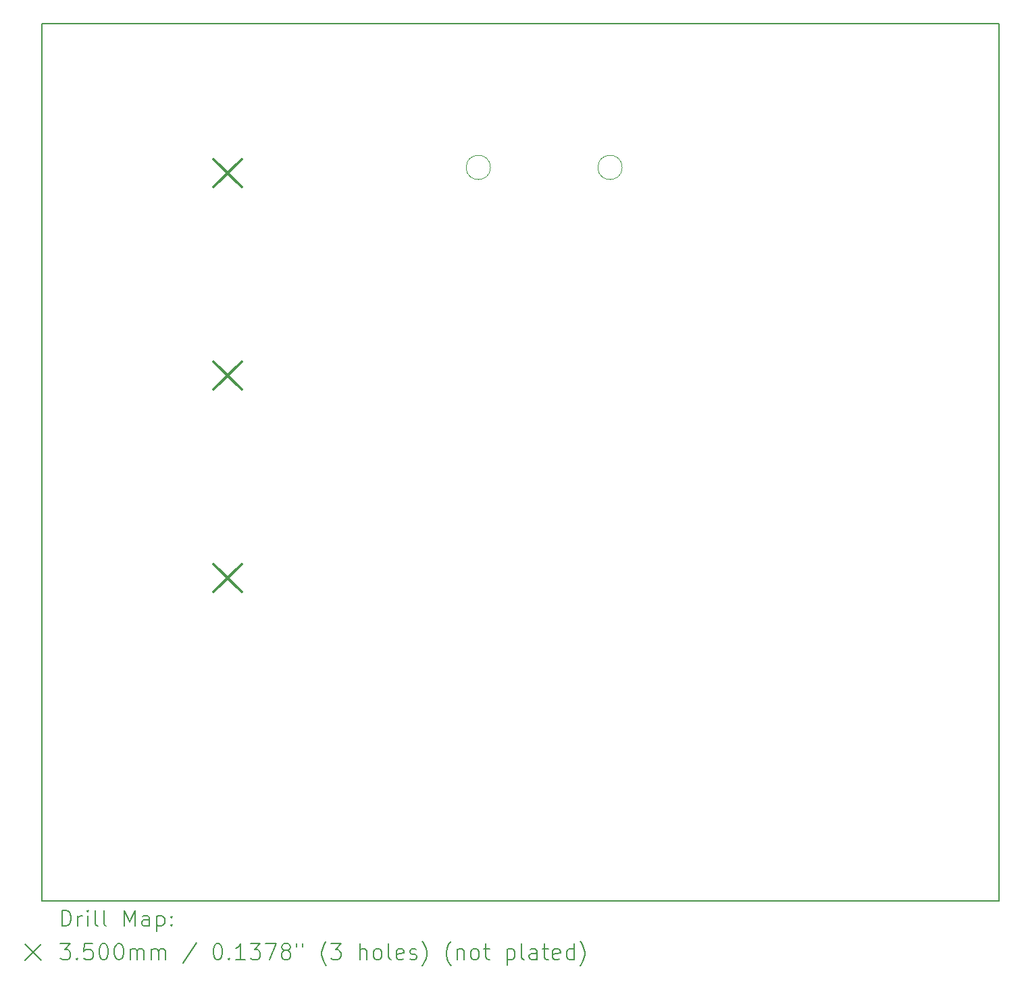
<source format=gbr>
%TF.GenerationSoftware,KiCad,Pcbnew,7.0.9-7.0.9~ubuntu22.04.1*%
%TF.CreationDate,2024-01-11T12:10:56+01:00*%
%TF.ProjectId,circuit,63697263-7569-4742-9e6b-696361645f70,rev?*%
%TF.SameCoordinates,Original*%
%TF.FileFunction,Drillmap*%
%TF.FilePolarity,Positive*%
%FSLAX45Y45*%
G04 Gerber Fmt 4.5, Leading zero omitted, Abs format (unit mm)*
G04 Created by KiCad (PCBNEW 7.0.9-7.0.9~ubuntu22.04.1) date 2024-01-11 12:10:56*
%MOMM*%
%LPD*%
G01*
G04 APERTURE LIST*
%ADD10C,0.150000*%
%ADD11C,0.100000*%
%ADD12C,0.200000*%
%ADD13C,0.350000*%
G04 APERTURE END LIST*
D10*
X19558000Y-3716000D02*
X7558000Y-3716000D01*
X19558000Y-5842000D02*
X19558000Y-14716000D01*
X19558000Y-5842000D02*
X19558000Y-3716000D01*
D11*
X14833600Y-5516800D02*
G75*
G03*
X14833600Y-5516800I-152400J0D01*
G01*
D10*
X7558000Y-3716000D02*
X7558000Y-14716000D01*
X19558000Y-14716000D02*
X7558000Y-14716000D01*
D11*
X13182600Y-5516800D02*
G75*
G03*
X13182600Y-5516800I-152400J0D01*
G01*
D12*
D13*
X9712000Y-5413000D02*
X10062000Y-5763000D01*
X10062000Y-5413000D02*
X9712000Y-5763000D01*
X9712000Y-7953000D02*
X10062000Y-8303000D01*
X10062000Y-7953000D02*
X9712000Y-8303000D01*
X9712000Y-10493000D02*
X10062000Y-10843000D01*
X10062000Y-10493000D02*
X9712000Y-10843000D01*
D12*
X7811277Y-15034984D02*
X7811277Y-14834984D01*
X7811277Y-14834984D02*
X7858896Y-14834984D01*
X7858896Y-14834984D02*
X7887467Y-14844508D01*
X7887467Y-14844508D02*
X7906515Y-14863555D01*
X7906515Y-14863555D02*
X7916039Y-14882603D01*
X7916039Y-14882603D02*
X7925562Y-14920698D01*
X7925562Y-14920698D02*
X7925562Y-14949269D01*
X7925562Y-14949269D02*
X7916039Y-14987365D01*
X7916039Y-14987365D02*
X7906515Y-15006412D01*
X7906515Y-15006412D02*
X7887467Y-15025460D01*
X7887467Y-15025460D02*
X7858896Y-15034984D01*
X7858896Y-15034984D02*
X7811277Y-15034984D01*
X8011277Y-15034984D02*
X8011277Y-14901650D01*
X8011277Y-14939746D02*
X8020801Y-14920698D01*
X8020801Y-14920698D02*
X8030324Y-14911174D01*
X8030324Y-14911174D02*
X8049372Y-14901650D01*
X8049372Y-14901650D02*
X8068420Y-14901650D01*
X8135086Y-15034984D02*
X8135086Y-14901650D01*
X8135086Y-14834984D02*
X8125562Y-14844508D01*
X8125562Y-14844508D02*
X8135086Y-14854031D01*
X8135086Y-14854031D02*
X8144610Y-14844508D01*
X8144610Y-14844508D02*
X8135086Y-14834984D01*
X8135086Y-14834984D02*
X8135086Y-14854031D01*
X8258896Y-15034984D02*
X8239848Y-15025460D01*
X8239848Y-15025460D02*
X8230324Y-15006412D01*
X8230324Y-15006412D02*
X8230324Y-14834984D01*
X8363658Y-15034984D02*
X8344610Y-15025460D01*
X8344610Y-15025460D02*
X8335086Y-15006412D01*
X8335086Y-15006412D02*
X8335086Y-14834984D01*
X8592229Y-15034984D02*
X8592229Y-14834984D01*
X8592229Y-14834984D02*
X8658896Y-14977841D01*
X8658896Y-14977841D02*
X8725563Y-14834984D01*
X8725563Y-14834984D02*
X8725563Y-15034984D01*
X8906515Y-15034984D02*
X8906515Y-14930222D01*
X8906515Y-14930222D02*
X8896991Y-14911174D01*
X8896991Y-14911174D02*
X8877944Y-14901650D01*
X8877944Y-14901650D02*
X8839848Y-14901650D01*
X8839848Y-14901650D02*
X8820801Y-14911174D01*
X8906515Y-15025460D02*
X8887467Y-15034984D01*
X8887467Y-15034984D02*
X8839848Y-15034984D01*
X8839848Y-15034984D02*
X8820801Y-15025460D01*
X8820801Y-15025460D02*
X8811277Y-15006412D01*
X8811277Y-15006412D02*
X8811277Y-14987365D01*
X8811277Y-14987365D02*
X8820801Y-14968317D01*
X8820801Y-14968317D02*
X8839848Y-14958793D01*
X8839848Y-14958793D02*
X8887467Y-14958793D01*
X8887467Y-14958793D02*
X8906515Y-14949269D01*
X9001753Y-14901650D02*
X9001753Y-15101650D01*
X9001753Y-14911174D02*
X9020801Y-14901650D01*
X9020801Y-14901650D02*
X9058896Y-14901650D01*
X9058896Y-14901650D02*
X9077944Y-14911174D01*
X9077944Y-14911174D02*
X9087467Y-14920698D01*
X9087467Y-14920698D02*
X9096991Y-14939746D01*
X9096991Y-14939746D02*
X9096991Y-14996888D01*
X9096991Y-14996888D02*
X9087467Y-15015936D01*
X9087467Y-15015936D02*
X9077944Y-15025460D01*
X9077944Y-15025460D02*
X9058896Y-15034984D01*
X9058896Y-15034984D02*
X9020801Y-15034984D01*
X9020801Y-15034984D02*
X9001753Y-15025460D01*
X9182705Y-15015936D02*
X9192229Y-15025460D01*
X9192229Y-15025460D02*
X9182705Y-15034984D01*
X9182705Y-15034984D02*
X9173182Y-15025460D01*
X9173182Y-15025460D02*
X9182705Y-15015936D01*
X9182705Y-15015936D02*
X9182705Y-15034984D01*
X9182705Y-14911174D02*
X9192229Y-14920698D01*
X9192229Y-14920698D02*
X9182705Y-14930222D01*
X9182705Y-14930222D02*
X9173182Y-14920698D01*
X9173182Y-14920698D02*
X9182705Y-14911174D01*
X9182705Y-14911174D02*
X9182705Y-14930222D01*
X7350500Y-15263500D02*
X7550500Y-15463500D01*
X7550500Y-15263500D02*
X7350500Y-15463500D01*
X7792229Y-15254984D02*
X7916039Y-15254984D01*
X7916039Y-15254984D02*
X7849372Y-15331174D01*
X7849372Y-15331174D02*
X7877943Y-15331174D01*
X7877943Y-15331174D02*
X7896991Y-15340698D01*
X7896991Y-15340698D02*
X7906515Y-15350222D01*
X7906515Y-15350222D02*
X7916039Y-15369269D01*
X7916039Y-15369269D02*
X7916039Y-15416888D01*
X7916039Y-15416888D02*
X7906515Y-15435936D01*
X7906515Y-15435936D02*
X7896991Y-15445460D01*
X7896991Y-15445460D02*
X7877943Y-15454984D01*
X7877943Y-15454984D02*
X7820801Y-15454984D01*
X7820801Y-15454984D02*
X7801753Y-15445460D01*
X7801753Y-15445460D02*
X7792229Y-15435936D01*
X8001753Y-15435936D02*
X8011277Y-15445460D01*
X8011277Y-15445460D02*
X8001753Y-15454984D01*
X8001753Y-15454984D02*
X7992229Y-15445460D01*
X7992229Y-15445460D02*
X8001753Y-15435936D01*
X8001753Y-15435936D02*
X8001753Y-15454984D01*
X8192229Y-15254984D02*
X8096991Y-15254984D01*
X8096991Y-15254984D02*
X8087467Y-15350222D01*
X8087467Y-15350222D02*
X8096991Y-15340698D01*
X8096991Y-15340698D02*
X8116039Y-15331174D01*
X8116039Y-15331174D02*
X8163658Y-15331174D01*
X8163658Y-15331174D02*
X8182705Y-15340698D01*
X8182705Y-15340698D02*
X8192229Y-15350222D01*
X8192229Y-15350222D02*
X8201753Y-15369269D01*
X8201753Y-15369269D02*
X8201753Y-15416888D01*
X8201753Y-15416888D02*
X8192229Y-15435936D01*
X8192229Y-15435936D02*
X8182705Y-15445460D01*
X8182705Y-15445460D02*
X8163658Y-15454984D01*
X8163658Y-15454984D02*
X8116039Y-15454984D01*
X8116039Y-15454984D02*
X8096991Y-15445460D01*
X8096991Y-15445460D02*
X8087467Y-15435936D01*
X8325562Y-15254984D02*
X8344610Y-15254984D01*
X8344610Y-15254984D02*
X8363658Y-15264508D01*
X8363658Y-15264508D02*
X8373182Y-15274031D01*
X8373182Y-15274031D02*
X8382705Y-15293079D01*
X8382705Y-15293079D02*
X8392229Y-15331174D01*
X8392229Y-15331174D02*
X8392229Y-15378793D01*
X8392229Y-15378793D02*
X8382705Y-15416888D01*
X8382705Y-15416888D02*
X8373182Y-15435936D01*
X8373182Y-15435936D02*
X8363658Y-15445460D01*
X8363658Y-15445460D02*
X8344610Y-15454984D01*
X8344610Y-15454984D02*
X8325562Y-15454984D01*
X8325562Y-15454984D02*
X8306515Y-15445460D01*
X8306515Y-15445460D02*
X8296991Y-15435936D01*
X8296991Y-15435936D02*
X8287467Y-15416888D01*
X8287467Y-15416888D02*
X8277943Y-15378793D01*
X8277943Y-15378793D02*
X8277943Y-15331174D01*
X8277943Y-15331174D02*
X8287467Y-15293079D01*
X8287467Y-15293079D02*
X8296991Y-15274031D01*
X8296991Y-15274031D02*
X8306515Y-15264508D01*
X8306515Y-15264508D02*
X8325562Y-15254984D01*
X8516039Y-15254984D02*
X8535086Y-15254984D01*
X8535086Y-15254984D02*
X8554134Y-15264508D01*
X8554134Y-15264508D02*
X8563658Y-15274031D01*
X8563658Y-15274031D02*
X8573182Y-15293079D01*
X8573182Y-15293079D02*
X8582705Y-15331174D01*
X8582705Y-15331174D02*
X8582705Y-15378793D01*
X8582705Y-15378793D02*
X8573182Y-15416888D01*
X8573182Y-15416888D02*
X8563658Y-15435936D01*
X8563658Y-15435936D02*
X8554134Y-15445460D01*
X8554134Y-15445460D02*
X8535086Y-15454984D01*
X8535086Y-15454984D02*
X8516039Y-15454984D01*
X8516039Y-15454984D02*
X8496991Y-15445460D01*
X8496991Y-15445460D02*
X8487467Y-15435936D01*
X8487467Y-15435936D02*
X8477944Y-15416888D01*
X8477944Y-15416888D02*
X8468420Y-15378793D01*
X8468420Y-15378793D02*
X8468420Y-15331174D01*
X8468420Y-15331174D02*
X8477944Y-15293079D01*
X8477944Y-15293079D02*
X8487467Y-15274031D01*
X8487467Y-15274031D02*
X8496991Y-15264508D01*
X8496991Y-15264508D02*
X8516039Y-15254984D01*
X8668420Y-15454984D02*
X8668420Y-15321650D01*
X8668420Y-15340698D02*
X8677944Y-15331174D01*
X8677944Y-15331174D02*
X8696991Y-15321650D01*
X8696991Y-15321650D02*
X8725563Y-15321650D01*
X8725563Y-15321650D02*
X8744610Y-15331174D01*
X8744610Y-15331174D02*
X8754134Y-15350222D01*
X8754134Y-15350222D02*
X8754134Y-15454984D01*
X8754134Y-15350222D02*
X8763658Y-15331174D01*
X8763658Y-15331174D02*
X8782705Y-15321650D01*
X8782705Y-15321650D02*
X8811277Y-15321650D01*
X8811277Y-15321650D02*
X8830325Y-15331174D01*
X8830325Y-15331174D02*
X8839848Y-15350222D01*
X8839848Y-15350222D02*
X8839848Y-15454984D01*
X8935086Y-15454984D02*
X8935086Y-15321650D01*
X8935086Y-15340698D02*
X8944610Y-15331174D01*
X8944610Y-15331174D02*
X8963658Y-15321650D01*
X8963658Y-15321650D02*
X8992229Y-15321650D01*
X8992229Y-15321650D02*
X9011277Y-15331174D01*
X9011277Y-15331174D02*
X9020801Y-15350222D01*
X9020801Y-15350222D02*
X9020801Y-15454984D01*
X9020801Y-15350222D02*
X9030325Y-15331174D01*
X9030325Y-15331174D02*
X9049372Y-15321650D01*
X9049372Y-15321650D02*
X9077944Y-15321650D01*
X9077944Y-15321650D02*
X9096991Y-15331174D01*
X9096991Y-15331174D02*
X9106515Y-15350222D01*
X9106515Y-15350222D02*
X9106515Y-15454984D01*
X9496991Y-15245460D02*
X9325563Y-15502603D01*
X9754134Y-15254984D02*
X9773182Y-15254984D01*
X9773182Y-15254984D02*
X9792229Y-15264508D01*
X9792229Y-15264508D02*
X9801753Y-15274031D01*
X9801753Y-15274031D02*
X9811277Y-15293079D01*
X9811277Y-15293079D02*
X9820801Y-15331174D01*
X9820801Y-15331174D02*
X9820801Y-15378793D01*
X9820801Y-15378793D02*
X9811277Y-15416888D01*
X9811277Y-15416888D02*
X9801753Y-15435936D01*
X9801753Y-15435936D02*
X9792229Y-15445460D01*
X9792229Y-15445460D02*
X9773182Y-15454984D01*
X9773182Y-15454984D02*
X9754134Y-15454984D01*
X9754134Y-15454984D02*
X9735087Y-15445460D01*
X9735087Y-15445460D02*
X9725563Y-15435936D01*
X9725563Y-15435936D02*
X9716039Y-15416888D01*
X9716039Y-15416888D02*
X9706515Y-15378793D01*
X9706515Y-15378793D02*
X9706515Y-15331174D01*
X9706515Y-15331174D02*
X9716039Y-15293079D01*
X9716039Y-15293079D02*
X9725563Y-15274031D01*
X9725563Y-15274031D02*
X9735087Y-15264508D01*
X9735087Y-15264508D02*
X9754134Y-15254984D01*
X9906515Y-15435936D02*
X9916039Y-15445460D01*
X9916039Y-15445460D02*
X9906515Y-15454984D01*
X9906515Y-15454984D02*
X9896991Y-15445460D01*
X9896991Y-15445460D02*
X9906515Y-15435936D01*
X9906515Y-15435936D02*
X9906515Y-15454984D01*
X10106515Y-15454984D02*
X9992229Y-15454984D01*
X10049372Y-15454984D02*
X10049372Y-15254984D01*
X10049372Y-15254984D02*
X10030325Y-15283555D01*
X10030325Y-15283555D02*
X10011277Y-15302603D01*
X10011277Y-15302603D02*
X9992229Y-15312127D01*
X10173182Y-15254984D02*
X10296991Y-15254984D01*
X10296991Y-15254984D02*
X10230325Y-15331174D01*
X10230325Y-15331174D02*
X10258896Y-15331174D01*
X10258896Y-15331174D02*
X10277944Y-15340698D01*
X10277944Y-15340698D02*
X10287468Y-15350222D01*
X10287468Y-15350222D02*
X10296991Y-15369269D01*
X10296991Y-15369269D02*
X10296991Y-15416888D01*
X10296991Y-15416888D02*
X10287468Y-15435936D01*
X10287468Y-15435936D02*
X10277944Y-15445460D01*
X10277944Y-15445460D02*
X10258896Y-15454984D01*
X10258896Y-15454984D02*
X10201753Y-15454984D01*
X10201753Y-15454984D02*
X10182706Y-15445460D01*
X10182706Y-15445460D02*
X10173182Y-15435936D01*
X10363658Y-15254984D02*
X10496991Y-15254984D01*
X10496991Y-15254984D02*
X10411277Y-15454984D01*
X10601753Y-15340698D02*
X10582706Y-15331174D01*
X10582706Y-15331174D02*
X10573182Y-15321650D01*
X10573182Y-15321650D02*
X10563658Y-15302603D01*
X10563658Y-15302603D02*
X10563658Y-15293079D01*
X10563658Y-15293079D02*
X10573182Y-15274031D01*
X10573182Y-15274031D02*
X10582706Y-15264508D01*
X10582706Y-15264508D02*
X10601753Y-15254984D01*
X10601753Y-15254984D02*
X10639849Y-15254984D01*
X10639849Y-15254984D02*
X10658896Y-15264508D01*
X10658896Y-15264508D02*
X10668420Y-15274031D01*
X10668420Y-15274031D02*
X10677944Y-15293079D01*
X10677944Y-15293079D02*
X10677944Y-15302603D01*
X10677944Y-15302603D02*
X10668420Y-15321650D01*
X10668420Y-15321650D02*
X10658896Y-15331174D01*
X10658896Y-15331174D02*
X10639849Y-15340698D01*
X10639849Y-15340698D02*
X10601753Y-15340698D01*
X10601753Y-15340698D02*
X10582706Y-15350222D01*
X10582706Y-15350222D02*
X10573182Y-15359746D01*
X10573182Y-15359746D02*
X10563658Y-15378793D01*
X10563658Y-15378793D02*
X10563658Y-15416888D01*
X10563658Y-15416888D02*
X10573182Y-15435936D01*
X10573182Y-15435936D02*
X10582706Y-15445460D01*
X10582706Y-15445460D02*
X10601753Y-15454984D01*
X10601753Y-15454984D02*
X10639849Y-15454984D01*
X10639849Y-15454984D02*
X10658896Y-15445460D01*
X10658896Y-15445460D02*
X10668420Y-15435936D01*
X10668420Y-15435936D02*
X10677944Y-15416888D01*
X10677944Y-15416888D02*
X10677944Y-15378793D01*
X10677944Y-15378793D02*
X10668420Y-15359746D01*
X10668420Y-15359746D02*
X10658896Y-15350222D01*
X10658896Y-15350222D02*
X10639849Y-15340698D01*
X10754134Y-15254984D02*
X10754134Y-15293079D01*
X10830325Y-15254984D02*
X10830325Y-15293079D01*
X11125563Y-15531174D02*
X11116039Y-15521650D01*
X11116039Y-15521650D02*
X11096991Y-15493079D01*
X11096991Y-15493079D02*
X11087468Y-15474031D01*
X11087468Y-15474031D02*
X11077944Y-15445460D01*
X11077944Y-15445460D02*
X11068420Y-15397841D01*
X11068420Y-15397841D02*
X11068420Y-15359746D01*
X11068420Y-15359746D02*
X11077944Y-15312127D01*
X11077944Y-15312127D02*
X11087468Y-15283555D01*
X11087468Y-15283555D02*
X11096991Y-15264508D01*
X11096991Y-15264508D02*
X11116039Y-15235936D01*
X11116039Y-15235936D02*
X11125563Y-15226412D01*
X11182706Y-15254984D02*
X11306515Y-15254984D01*
X11306515Y-15254984D02*
X11239848Y-15331174D01*
X11239848Y-15331174D02*
X11268420Y-15331174D01*
X11268420Y-15331174D02*
X11287468Y-15340698D01*
X11287468Y-15340698D02*
X11296991Y-15350222D01*
X11296991Y-15350222D02*
X11306515Y-15369269D01*
X11306515Y-15369269D02*
X11306515Y-15416888D01*
X11306515Y-15416888D02*
X11296991Y-15435936D01*
X11296991Y-15435936D02*
X11287468Y-15445460D01*
X11287468Y-15445460D02*
X11268420Y-15454984D01*
X11268420Y-15454984D02*
X11211277Y-15454984D01*
X11211277Y-15454984D02*
X11192229Y-15445460D01*
X11192229Y-15445460D02*
X11182706Y-15435936D01*
X11544610Y-15454984D02*
X11544610Y-15254984D01*
X11630325Y-15454984D02*
X11630325Y-15350222D01*
X11630325Y-15350222D02*
X11620801Y-15331174D01*
X11620801Y-15331174D02*
X11601753Y-15321650D01*
X11601753Y-15321650D02*
X11573182Y-15321650D01*
X11573182Y-15321650D02*
X11554134Y-15331174D01*
X11554134Y-15331174D02*
X11544610Y-15340698D01*
X11754134Y-15454984D02*
X11735087Y-15445460D01*
X11735087Y-15445460D02*
X11725563Y-15435936D01*
X11725563Y-15435936D02*
X11716039Y-15416888D01*
X11716039Y-15416888D02*
X11716039Y-15359746D01*
X11716039Y-15359746D02*
X11725563Y-15340698D01*
X11725563Y-15340698D02*
X11735087Y-15331174D01*
X11735087Y-15331174D02*
X11754134Y-15321650D01*
X11754134Y-15321650D02*
X11782706Y-15321650D01*
X11782706Y-15321650D02*
X11801753Y-15331174D01*
X11801753Y-15331174D02*
X11811277Y-15340698D01*
X11811277Y-15340698D02*
X11820801Y-15359746D01*
X11820801Y-15359746D02*
X11820801Y-15416888D01*
X11820801Y-15416888D02*
X11811277Y-15435936D01*
X11811277Y-15435936D02*
X11801753Y-15445460D01*
X11801753Y-15445460D02*
X11782706Y-15454984D01*
X11782706Y-15454984D02*
X11754134Y-15454984D01*
X11935087Y-15454984D02*
X11916039Y-15445460D01*
X11916039Y-15445460D02*
X11906515Y-15426412D01*
X11906515Y-15426412D02*
X11906515Y-15254984D01*
X12087468Y-15445460D02*
X12068420Y-15454984D01*
X12068420Y-15454984D02*
X12030325Y-15454984D01*
X12030325Y-15454984D02*
X12011277Y-15445460D01*
X12011277Y-15445460D02*
X12001753Y-15426412D01*
X12001753Y-15426412D02*
X12001753Y-15350222D01*
X12001753Y-15350222D02*
X12011277Y-15331174D01*
X12011277Y-15331174D02*
X12030325Y-15321650D01*
X12030325Y-15321650D02*
X12068420Y-15321650D01*
X12068420Y-15321650D02*
X12087468Y-15331174D01*
X12087468Y-15331174D02*
X12096991Y-15350222D01*
X12096991Y-15350222D02*
X12096991Y-15369269D01*
X12096991Y-15369269D02*
X12001753Y-15388317D01*
X12173182Y-15445460D02*
X12192230Y-15454984D01*
X12192230Y-15454984D02*
X12230325Y-15454984D01*
X12230325Y-15454984D02*
X12249372Y-15445460D01*
X12249372Y-15445460D02*
X12258896Y-15426412D01*
X12258896Y-15426412D02*
X12258896Y-15416888D01*
X12258896Y-15416888D02*
X12249372Y-15397841D01*
X12249372Y-15397841D02*
X12230325Y-15388317D01*
X12230325Y-15388317D02*
X12201753Y-15388317D01*
X12201753Y-15388317D02*
X12182706Y-15378793D01*
X12182706Y-15378793D02*
X12173182Y-15359746D01*
X12173182Y-15359746D02*
X12173182Y-15350222D01*
X12173182Y-15350222D02*
X12182706Y-15331174D01*
X12182706Y-15331174D02*
X12201753Y-15321650D01*
X12201753Y-15321650D02*
X12230325Y-15321650D01*
X12230325Y-15321650D02*
X12249372Y-15331174D01*
X12325563Y-15531174D02*
X12335087Y-15521650D01*
X12335087Y-15521650D02*
X12354134Y-15493079D01*
X12354134Y-15493079D02*
X12363658Y-15474031D01*
X12363658Y-15474031D02*
X12373182Y-15445460D01*
X12373182Y-15445460D02*
X12382706Y-15397841D01*
X12382706Y-15397841D02*
X12382706Y-15359746D01*
X12382706Y-15359746D02*
X12373182Y-15312127D01*
X12373182Y-15312127D02*
X12363658Y-15283555D01*
X12363658Y-15283555D02*
X12354134Y-15264508D01*
X12354134Y-15264508D02*
X12335087Y-15235936D01*
X12335087Y-15235936D02*
X12325563Y-15226412D01*
X12687468Y-15531174D02*
X12677944Y-15521650D01*
X12677944Y-15521650D02*
X12658896Y-15493079D01*
X12658896Y-15493079D02*
X12649372Y-15474031D01*
X12649372Y-15474031D02*
X12639849Y-15445460D01*
X12639849Y-15445460D02*
X12630325Y-15397841D01*
X12630325Y-15397841D02*
X12630325Y-15359746D01*
X12630325Y-15359746D02*
X12639849Y-15312127D01*
X12639849Y-15312127D02*
X12649372Y-15283555D01*
X12649372Y-15283555D02*
X12658896Y-15264508D01*
X12658896Y-15264508D02*
X12677944Y-15235936D01*
X12677944Y-15235936D02*
X12687468Y-15226412D01*
X12763658Y-15321650D02*
X12763658Y-15454984D01*
X12763658Y-15340698D02*
X12773182Y-15331174D01*
X12773182Y-15331174D02*
X12792230Y-15321650D01*
X12792230Y-15321650D02*
X12820801Y-15321650D01*
X12820801Y-15321650D02*
X12839849Y-15331174D01*
X12839849Y-15331174D02*
X12849372Y-15350222D01*
X12849372Y-15350222D02*
X12849372Y-15454984D01*
X12973182Y-15454984D02*
X12954134Y-15445460D01*
X12954134Y-15445460D02*
X12944611Y-15435936D01*
X12944611Y-15435936D02*
X12935087Y-15416888D01*
X12935087Y-15416888D02*
X12935087Y-15359746D01*
X12935087Y-15359746D02*
X12944611Y-15340698D01*
X12944611Y-15340698D02*
X12954134Y-15331174D01*
X12954134Y-15331174D02*
X12973182Y-15321650D01*
X12973182Y-15321650D02*
X13001753Y-15321650D01*
X13001753Y-15321650D02*
X13020801Y-15331174D01*
X13020801Y-15331174D02*
X13030325Y-15340698D01*
X13030325Y-15340698D02*
X13039849Y-15359746D01*
X13039849Y-15359746D02*
X13039849Y-15416888D01*
X13039849Y-15416888D02*
X13030325Y-15435936D01*
X13030325Y-15435936D02*
X13020801Y-15445460D01*
X13020801Y-15445460D02*
X13001753Y-15454984D01*
X13001753Y-15454984D02*
X12973182Y-15454984D01*
X13096992Y-15321650D02*
X13173182Y-15321650D01*
X13125563Y-15254984D02*
X13125563Y-15426412D01*
X13125563Y-15426412D02*
X13135087Y-15445460D01*
X13135087Y-15445460D02*
X13154134Y-15454984D01*
X13154134Y-15454984D02*
X13173182Y-15454984D01*
X13392230Y-15321650D02*
X13392230Y-15521650D01*
X13392230Y-15331174D02*
X13411277Y-15321650D01*
X13411277Y-15321650D02*
X13449373Y-15321650D01*
X13449373Y-15321650D02*
X13468420Y-15331174D01*
X13468420Y-15331174D02*
X13477944Y-15340698D01*
X13477944Y-15340698D02*
X13487468Y-15359746D01*
X13487468Y-15359746D02*
X13487468Y-15416888D01*
X13487468Y-15416888D02*
X13477944Y-15435936D01*
X13477944Y-15435936D02*
X13468420Y-15445460D01*
X13468420Y-15445460D02*
X13449373Y-15454984D01*
X13449373Y-15454984D02*
X13411277Y-15454984D01*
X13411277Y-15454984D02*
X13392230Y-15445460D01*
X13601753Y-15454984D02*
X13582706Y-15445460D01*
X13582706Y-15445460D02*
X13573182Y-15426412D01*
X13573182Y-15426412D02*
X13573182Y-15254984D01*
X13763658Y-15454984D02*
X13763658Y-15350222D01*
X13763658Y-15350222D02*
X13754134Y-15331174D01*
X13754134Y-15331174D02*
X13735087Y-15321650D01*
X13735087Y-15321650D02*
X13696992Y-15321650D01*
X13696992Y-15321650D02*
X13677944Y-15331174D01*
X13763658Y-15445460D02*
X13744611Y-15454984D01*
X13744611Y-15454984D02*
X13696992Y-15454984D01*
X13696992Y-15454984D02*
X13677944Y-15445460D01*
X13677944Y-15445460D02*
X13668420Y-15426412D01*
X13668420Y-15426412D02*
X13668420Y-15407365D01*
X13668420Y-15407365D02*
X13677944Y-15388317D01*
X13677944Y-15388317D02*
X13696992Y-15378793D01*
X13696992Y-15378793D02*
X13744611Y-15378793D01*
X13744611Y-15378793D02*
X13763658Y-15369269D01*
X13830325Y-15321650D02*
X13906515Y-15321650D01*
X13858896Y-15254984D02*
X13858896Y-15426412D01*
X13858896Y-15426412D02*
X13868420Y-15445460D01*
X13868420Y-15445460D02*
X13887468Y-15454984D01*
X13887468Y-15454984D02*
X13906515Y-15454984D01*
X14049373Y-15445460D02*
X14030325Y-15454984D01*
X14030325Y-15454984D02*
X13992230Y-15454984D01*
X13992230Y-15454984D02*
X13973182Y-15445460D01*
X13973182Y-15445460D02*
X13963658Y-15426412D01*
X13963658Y-15426412D02*
X13963658Y-15350222D01*
X13963658Y-15350222D02*
X13973182Y-15331174D01*
X13973182Y-15331174D02*
X13992230Y-15321650D01*
X13992230Y-15321650D02*
X14030325Y-15321650D01*
X14030325Y-15321650D02*
X14049373Y-15331174D01*
X14049373Y-15331174D02*
X14058896Y-15350222D01*
X14058896Y-15350222D02*
X14058896Y-15369269D01*
X14058896Y-15369269D02*
X13963658Y-15388317D01*
X14230325Y-15454984D02*
X14230325Y-15254984D01*
X14230325Y-15445460D02*
X14211277Y-15454984D01*
X14211277Y-15454984D02*
X14173182Y-15454984D01*
X14173182Y-15454984D02*
X14154134Y-15445460D01*
X14154134Y-15445460D02*
X14144611Y-15435936D01*
X14144611Y-15435936D02*
X14135087Y-15416888D01*
X14135087Y-15416888D02*
X14135087Y-15359746D01*
X14135087Y-15359746D02*
X14144611Y-15340698D01*
X14144611Y-15340698D02*
X14154134Y-15331174D01*
X14154134Y-15331174D02*
X14173182Y-15321650D01*
X14173182Y-15321650D02*
X14211277Y-15321650D01*
X14211277Y-15321650D02*
X14230325Y-15331174D01*
X14306515Y-15531174D02*
X14316039Y-15521650D01*
X14316039Y-15521650D02*
X14335087Y-15493079D01*
X14335087Y-15493079D02*
X14344611Y-15474031D01*
X14344611Y-15474031D02*
X14354134Y-15445460D01*
X14354134Y-15445460D02*
X14363658Y-15397841D01*
X14363658Y-15397841D02*
X14363658Y-15359746D01*
X14363658Y-15359746D02*
X14354134Y-15312127D01*
X14354134Y-15312127D02*
X14344611Y-15283555D01*
X14344611Y-15283555D02*
X14335087Y-15264508D01*
X14335087Y-15264508D02*
X14316039Y-15235936D01*
X14316039Y-15235936D02*
X14306515Y-15226412D01*
M02*

</source>
